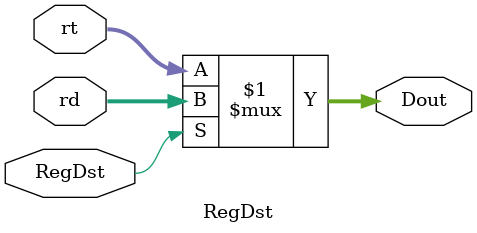
<source format=v>
`timescale 1ns / 1ps
module RegDst(rt, rd, Dout, RegDst
    );
input [31:0]rt, rd;
input RegDst;
output [31:0] Dout;
assign Dout = (RegDst)? rd:rt;

endmodule

</source>
